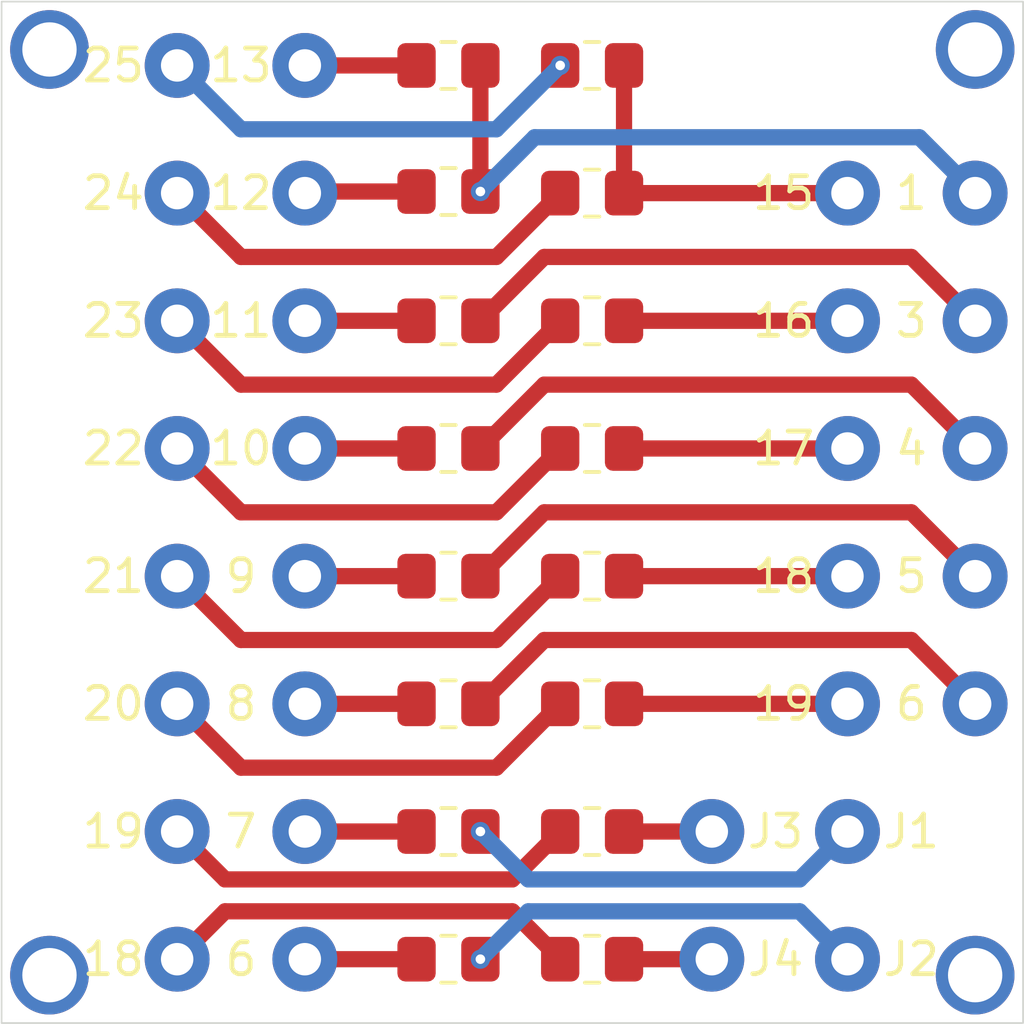
<source format=kicad_pcb>
(kicad_pcb (version 20241229) (generator "pcbnew") (generator_version "9.0")
  (layers (0 "F.Cu" signal) (2 "B.Cu" signal) (13 "F.Paste" user) (15 "B.Paste" user) (5 "F.SilkS" user "F.Silkscreen") (7 "B.SilkS" user "B.Silkscreen") (1 "F.Mask" user) (3 "B.Mask" user) (25 "Edge.Cuts" user))
  (net 0 "")
  (net 1 "Net-(J1-Pin_1)")
  (net 2 "Net-(J2-Pin_1)")
  (net 3 "Net-(J3-Pin_1)")
  (net 4 "Net-(J4-Pin_1)")
  (net 5 "Net-(L6-Pin_1)")
  (net 6 "Net-(L7-Pin_1)")
  (net 7 "Net-(L8-Pin_1)")
  (net 8 "Net-(L9-Pin_1)")
  (net 9 "Net-(L10-Pin_1)")
  (net 10 "Net-(L11-Pin_1)")
  (net 11 "Net-(L12-Pin_1)")
  (net 12 "Net-(L13-Pin_1)")
  (net 13 "Net-(L18-Pin_1)")
  (net 14 "Net-(L19-Pin_1)")
  (net 15 "Net-(L20-Pin_1)")
  (net 16 "Net-(L21-Pin_1)")
  (net 17 "Net-(L22-Pin_1)")
  (net 18 "Net-(L23-Pin_1)")
  (net 19 "Net-(L24-Pin_1)")
  (net 20 "Net-(L25-Pin_1)")
  (net 21 "Net-(R1-Pin_1)")
  (net 22 "Net-(R3-Pin_1)")
  (net 23 "Net-(R4-Pin_1)")
  (net 24 "Net-(R5-Pin_1)")
  (net 25 "Net-(R6-Pin_1)")
  (net 26 "Net-(R15-Pin_1)")
  (net 27 "Net-(R16-Pin_1)")
  (net 28 "Net-(R17-Pin_1)")
  (net 29 "Net-(R18-Pin_1)")
  (net 30 "Net-(R19-Pin_1)")
  (footprint "Resistor_SMD:R_0805_2012Metric_Pad1.20x1.40mm_HandSolder" (layer "F.Cu") (at 168.5 72 180)
    (property "Reference" "Res19" (hide yes))
    (property "Value" "~" (hide yes))
    (fp_line (start -0.227064 0.735) (end 0.227064 0.735) (stroke (width 0.12)) (layer "F.SilkS"))
    (fp_line (start -0.227064 -0.735) (end 0.227064 -0.735) (stroke (width 0.12)) (layer "F.SilkS"))
    (pad "1" smd roundrect (at -1 0 180) (size 1.2 1.4) (layers "F.Cu" "F.Mask" "F.Paste") (roundrect_rratio 0.208333) (net 30 "Net-(R19-Pin_1)"))
    (pad "2" smd roundrect (at 1 0 180) (size 1.2 1.4) (layers "F.Cu" "F.Mask" "F.Paste") (roundrect_rratio 0.208333) (net 15 "Net-(L20-Pin_1)"))
  )
  (footprint "0_gleblab-general:40mils-TH-wire" (layer "F.Cu") (at 172.25 80)
    (property "Reference" "J4" (at 2 0 0) (layer "F.SilkS"))
    (property "Value" "Conn_01x01" (hide yes))
    (pad "1" thru_hole circle (at 0 0) (size 2.032 2.032) (drill 1.016) (layers "*.Cu" "*.Mask") (net 4 "Net-(J4-Pin_1)"))
  )
  (footprint "Resistor_SMD:R_0805_2012Metric_Pad1.20x1.40mm_HandSolder" (layer "F.Cu") (at 168.5 60 180)
    (property "Reference" "Res16" (hide yes))
    (property "Value" "~" (hide yes))
    (fp_line (start -0.227064 0.735) (end 0.227064 0.735) (stroke (width 0.12)) (layer "F.SilkS"))
    (fp_line (start -0.227064 -0.735) (end 0.227064 -0.735) (stroke (width 0.12)) (layer "F.SilkS"))
    (pad "1" smd roundrect (at -1 0 180) (size 1.2 1.4) (layers "F.Cu" "F.Mask" "F.Paste") (roundrect_rratio 0.208333) (net 27 "Net-(R16-Pin_1)"))
    (pad "2" smd roundrect (at 1 0 180) (size 1.2 1.4) (layers "F.Cu" "F.Mask" "F.Paste") (roundrect_rratio 0.208333) (net 18 "Net-(L23-Pin_1)"))
  )
  (footprint "0_gleblab-general:40mils-TH-wire" (layer "F.Cu") (at 159.5 72 180)
    (property "Reference" "8" (at 2 0 0) (layer "F.SilkS"))
    (property "Value" "Conn_01x01" (hide yes))
    (pad "1" thru_hole circle (at 0 0 180) (size 2.032 2.032) (drill 1.016) (layers "*.Cu" "*.Mask") (net 7 "Net-(L8-Pin_1)"))
  )
  (footprint "0_gleblab-general:40mils-TH-wire" (layer "F.Cu") (at 176.5 72)
    (property "Reference" "19" (at -2 0 0) (layer "F.SilkS"))
    (property "Value" "Conn_01x01" (hide yes))
    (pad "1" thru_hole circle (at 0 0) (size 2.032 2.032) (drill 1.016) (layers "*.Cu" "*.Mask") (net 30 "Net-(R19-Pin_1)"))
  )
  (footprint "0_gleblab-general:40mils-TH-wire" (layer "F.Cu") (at 159.5 60 180)
    (property "Reference" "11" (at 2 0 0) (layer "F.SilkS"))
    (property "Value" "Conn_01x01" (hide yes))
    (pad "1" thru_hole circle (at 0 0 180) (size 2.032 2.032) (drill 1.016) (layers "*.Cu" "*.Mask") (net 10 "Net-(L11-Pin_1)"))
  )
  (footprint "0_gleblab-general:40mils-TH-wire" (layer "F.Cu") (at 155.5 76 180)
    (property "Reference" "19" (at 2 0 0) (layer "F.SilkS"))
    (property "Value" "Conn_01x01" (hide yes))
    (pad "1" thru_hole circle (at 0 0 180) (size 2.032 2.032) (drill 1.016) (layers "*.Cu" "*.Mask") (net 14 "Net-(L19-Pin_1)"))
  )
  (footprint "0_gleblab-general:0-80-GND-screw" (layer "F.Cu") (at 151.5 51.5)
    (property "Reference" "REF**" (hide yes))
    (property "Value" "0-80-GND-screw" (hide yes))
    (pad "1" thru_hole circle (at 0 0) (size 2.4638 2.4638) (drill 1.7018) (layers "*.Cu" "*.Mask"))
  )
  (footprint "0_gleblab-general:0-80-GND-screw" (layer "F.Cu") (at 151.5 80.5)
    (property "Reference" "REF**" (hide yes))
    (property "Value" "0-80-GND-screw" (hide yes))
    (pad "1" thru_hole circle (at 0 0) (size 2.4638 2.4638) (drill 1.7018) (layers "*.Cu" "*.Mask"))
  )
  (footprint "0_gleblab-general:40mils-TH-wire" (layer "F.Cu") (at 176.5 56)
    (property "Reference" "15" (at -2 0 0) (layer "F.SilkS"))
    (property "Value" "Conn_01x01" (hide yes))
    (pad "1" thru_hole circle (at 0 0) (size 2.032 2.032) (drill 1.016) (layers "*.Cu" "*.Mask") (net 26 "Net-(R15-Pin_1)"))
  )
  (footprint "Resistor_SMD:R_0805_2012Metric_Pad1.20x1.40mm_HandSolder" (layer "F.Cu") (at 164 64 180)
    (property "Reference" "Res4" (hide yes))
    (property "Value" "~" (hide yes))
    (fp_line (start -0.227064 0.735) (end 0.227064 0.735) (stroke (width 0.12)) (layer "F.SilkS"))
    (fp_line (start -0.227064 -0.735) (end 0.227064 -0.735) (stroke (width 0.12)) (layer "F.SilkS"))
    (pad "1" smd roundrect (at -1 0 180) (size 1.2 1.4) (layers "F.Cu" "F.Mask" "F.Paste") (roundrect_rratio 0.208333) (net 23 "Net-(R4-Pin_1)"))
    (pad "2" smd roundrect (at 1 0 180) (size 1.2 1.4) (layers "F.Cu" "F.Mask" "F.Paste") (roundrect_rratio 0.208333) (net 9 "Net-(L10-Pin_1)"))
  )
  (footprint "0_gleblab-general:40mils-TH-wire" (layer "F.Cu") (at 176.5 80)
    (property "Reference" "J2" (at 2 0 0) (layer "F.SilkS"))
    (property "Value" "Conn_01x01" (hide yes))
    (pad "1" thru_hole circle (at 0 0) (size 2.032 2.032) (drill 1.016) (layers "*.Cu" "*.Mask") (net 2 "Net-(J2-Pin_1)"))
  )
  (footprint "0_gleblab-general:40mils-TH-wire" (layer "F.Cu") (at 176.5 68)
    (property "Reference" "18" (at -2 0 0) (layer "F.SilkS"))
    (property "Value" "Conn_01x01" (hide yes))
    (pad "1" thru_hole circle (at 0 0) (size 2.032 2.032) (drill 1.016) (layers "*.Cu" "*.Mask") (net 29 "Net-(R18-Pin_1)"))
  )
  (footprint "0_gleblab-general:40mils-TH-wire" (layer "F.Cu") (at 159.5 68 180)
    (property "Reference" "9" (at 2 0 0) (layer "F.SilkS"))
    (property "Value" "Conn_01x01" (hide yes))
    (pad "1" thru_hole circle (at 0 0 180) (size 2.032 2.032) (drill 1.016) (layers "*.Cu" "*.Mask") (net 8 "Net-(L9-Pin_1)"))
  )
  (footprint "0_gleblab-general:0-80-GND-screw" (layer "F.Cu") (at 180.5 80.5)
    (property "Reference" "REF**" (hide yes))
    (property "Value" "0-80-GND-screw" (hide yes))
    (pad "1" thru_hole circle (at 0 0) (size 2.4638 2.4638) (drill 1.7018) (layers "*.Cu" "*.Mask"))
  )
  (footprint "Resistor_SMD:R_0805_2012Metric_Pad1.20x1.40mm_HandSolder" (layer "F.Cu") (at 168.5 64 180)
    (property "Reference" "Res17" (hide yes))
    (property "Value" "~" (hide yes))
    (fp_line (start -0.227064 0.735) (end 0.227064 0.735) (stroke (width 0.12)) (layer "F.SilkS"))
    (fp_line (start -0.227064 -0.735) (end 0.227064 -0.735) (stroke (width 0.12)) (layer "F.SilkS"))
    (pad "1" smd roundrect (at -1 0 180) (size 1.2 1.4) (layers "F.Cu" "F.Mask" "F.Paste") (roundrect_rratio 0.208333) (net 28 "Net-(R17-Pin_1)"))
    (pad "2" smd roundrect (at 1 0 180) (size 1.2 1.4) (layers "F.Cu" "F.Mask" "F.Paste") (roundrect_rratio 0.208333) (net 17 "Net-(L22-Pin_1)"))
  )
  (footprint "0_gleblab-general:40mils-TH-wire" (layer "F.Cu") (at 155.5 52 180)
    (property "Reference" "25" (at 2 0 0) (layer "F.SilkS"))
    (property "Value" "Conn_01x01" (hide yes))
    (pad "1" thru_hole circle (at 0 0 180) (size 2.032 2.032) (drill 1.016) (layers "*.Cu" "*.Mask") (net 20 "Net-(L25-Pin_1)"))
  )
  (footprint "0_gleblab-general:40mils-TH-wire" (layer "F.Cu") (at 180.5 56)
    (property "Reference" "1" (at -2 0 0) (layer "F.SilkS"))
    (property "Value" "Conn_01x01" (hide yes))
    (pad "1" thru_hole circle (at 0 0) (size 2.032 2.032) (drill 1.016) (layers "*.Cu" "*.Mask") (net 21 "Net-(R1-Pin_1)"))
  )
  (footprint "Resistor_SMD:R_0805_2012Metric_Pad1.20x1.40mm_HandSolder" (layer "F.Cu") (at 164 72 180)
    (property "Reference" "Res6" (hide yes))
    (property "Value" "~" (hide yes))
    (fp_line (start -0.227064 0.735) (end 0.227064 0.735) (stroke (width 0.12)) (layer "F.SilkS"))
    (fp_line (start -0.227064 -0.735) (end 0.227064 -0.735) (stroke (width 0.12)) (layer "F.SilkS"))
    (pad "1" smd roundrect (at -1 0 180) (size 1.2 1.4) (layers "F.Cu" "F.Mask" "F.Paste") (roundrect_rratio 0.208333) (net 25 "Net-(R6-Pin_1)"))
    (pad "2" smd roundrect (at 1 0 180) (size 1.2 1.4) (layers "F.Cu" "F.Mask" "F.Paste") (roundrect_rratio 0.208333) (net 7 "Net-(L8-Pin_1)"))
  )
  (footprint "0_gleblab-general:40mils-TH-wire" (layer "F.Cu") (at 155.5 56 180)
    (property "Reference" "24" (at 2 0 0) (layer "F.SilkS"))
    (property "Value" "Conn_01x01" (hide yes))
    (pad "1" thru_hole circle (at 0 0 180) (size 2.032 2.032) (drill 1.016) (layers "*.Cu" "*.Mask") (net 19 "Net-(L24-Pin_1)"))
  )
  (footprint "Resistor_SMD:R_0805_2012Metric_Pad1.20x1.40mm_HandSolder" (layer "F.Cu") (at 168.5 80 180)
    (property "Reference" "Res21" (hide yes))
    (property "Value" "~" (hide yes))
    (fp_line (start -0.227064 0.735) (end 0.227064 0.735) (stroke (width 0.12)) (layer "F.SilkS"))
    (fp_line (start -0.227064 -0.735) (end 0.227064 -0.735) (stroke (width 0.12)) (layer "F.SilkS"))
    (pad "1" smd roundrect (at -1 0 180) (size 1.2 1.4) (layers "F.Cu" "F.Mask" "F.Paste") (roundrect_rratio 0.208333) (net 4 "Net-(J4-Pin_1)"))
    (pad "2" smd roundrect (at 1 0 180) (size 1.2 1.4) (layers "F.Cu" "F.Mask" "F.Paste") (roundrect_rratio 0.208333) (net 13 "Net-(L18-Pin_1)"))
  )
  (footprint "0_gleblab-general:40mils-TH-wire" (layer "F.Cu") (at 159.5 52 180)
    (property "Reference" "13" (at 2 0 0) (layer "F.SilkS"))
    (property "Value" "Conn_01x01" (hide yes))
    (pad "1" thru_hole circle (at 0 0 180) (size 2.032 2.032) (drill 1.016) (layers "*.Cu" "*.Mask") (net 12 "Net-(L13-Pin_1)"))
  )
  (footprint "Resistor_SMD:R_0805_2012Metric_Pad1.20x1.40mm_HandSolder" (layer "F.Cu") (at 168.5 56 180)
    (property "Reference" "Res15" (hide yes))
    (property "Value" "~" (hide yes))
    (fp_line (start -0.227064 0.735) (end 0.227064 0.735) (stroke (width 0.12)) (layer "F.SilkS"))
    (fp_line (start -0.227064 -0.735) (end 0.227064 -0.735) (stroke (width 0.12)) (layer "F.SilkS"))
    (pad "1" smd roundrect (at -1 0 180) (size 1.2 1.4) (layers "F.Cu" "F.Mask" "F.Paste") (roundrect_rratio 0.208333) (net 26 "Net-(R15-Pin_1)"))
    (pad "2" smd roundrect (at 1 0 180) (size 1.2 1.4) (layers "F.Cu" "F.Mask" "F.Paste") (roundrect_rratio 0.208333) (net 19 "Net-(L24-Pin_1)"))
  )
  (footprint "0_gleblab-general:40mils-TH-wire" (layer "F.Cu") (at 159.5 64 180)
    (property "Reference" "10" (at 2 0 0) (layer "F.SilkS"))
    (property "Value" "Conn_01x01" (hide yes))
    (pad "1" thru_hole circle (at 0 0 180) (size 2.032 2.032) (drill 1.016) (layers "*.Cu" "*.Mask") (net 9 "Net-(L10-Pin_1)"))
  )
  (footprint "0_gleblab-general:40mils-TH-wire" (layer "F.Cu") (at 176.5 76)
    (property "Reference" "J1" (at 2 0 0) (layer "F.SilkS"))
    (property "Value" "Conn_01x01" (hide yes))
    (pad "1" thru_hole circle (at 0 0) (size 2.032 2.032) (drill 1.016) (layers "*.Cu" "*.Mask") (net 1 "Net-(J1-Pin_1)"))
  )
  (footprint "Resistor_SMD:R_0805_2012Metric_Pad1.20x1.40mm_HandSolder" (layer "F.Cu") (at 164 68 180)
    (property "Reference" "Res5" (hide yes))
    (property "Value" "~" (hide yes))
    (fp_line (start -0.227064 0.735) (end 0.227064 0.735) (stroke (width 0.12)) (layer "F.SilkS"))
    (fp_line (start -0.227064 -0.735) (end 0.227064 -0.735) (stroke (width 0.12)) (layer "F.SilkS"))
    (pad "1" smd roundrect (at -1 0 180) (size 1.2 1.4) (layers "F.Cu" "F.Mask" "F.Paste") (roundrect_rratio 0.208333) (net 24 "Net-(R5-Pin_1)"))
    (pad "2" smd roundrect (at 1 0 180) (size 1.2 1.4) (layers "F.Cu" "F.Mask" "F.Paste") (roundrect_rratio 0.208333) (net 8 "Net-(L9-Pin_1)"))
  )
  (footprint "0_gleblab-general:40mils-TH-wire" (layer "F.Cu") (at 155.5 64 180)
    (property "Reference" "22" (at 2 0 0) (layer "F.SilkS"))
    (property "Value" "Conn_01x01" (hide yes))
    (pad "1" thru_hole circle (at 0 0 180) (size 2.032 2.032) (drill 1.016) (layers "*.Cu" "*.Mask") (net 17 "Net-(L22-Pin_1)"))
  )
  (footprint "0_gleblab-general:40mils-TH-wire" (layer "F.Cu") (at 159.5 56 180)
    (property "Reference" "12" (at 2 0 0) (layer "F.SilkS"))
    (property "Value" "Conn_01x01" (hide yes))
    (pad "1" thru_hole circle (at 0 0 180) (size 2.032 2.032) (drill 1.016) (layers "*.Cu" "*.Mask") (net 11 "Net-(L12-Pin_1)"))
  )
  (footprint "0_gleblab-general:40mils-TH-wire" (layer "F.Cu") (at 180.5 60)
    (property "Reference" "3" (at -2 0 0) (layer "F.SilkS"))
    (property "Value" "Conn_01x01" (hide yes))
    (pad "1" thru_hole circle (at 0 0) (size 2.032 2.032) (drill 1.016) (layers "*.Cu" "*.Mask") (net 22 "Net-(R3-Pin_1)"))
  )
  (footprint "Resistor_SMD:R_0805_2012Metric_Pad1.20x1.40mm_HandSolder" (layer "F.Cu") (at 168.5 52 180)
    (property "Reference" "Res14" (hide yes))
    (property "Value" "~" (hide yes))
    (fp_line (start -0.227064 0.735) (end 0.227064 0.735) (stroke (width 0.12)) (layer "F.SilkS"))
    (fp_line (start -0.227064 -0.735) (end 0.227064 -0.735) (stroke (width 0.12)) (layer "F.SilkS"))
    (pad "1" smd roundrect (at -1 0 180) (size 1.2 1.4) (layers "F.Cu" "F.Mask" "F.Paste") (roundrect_rratio 0.208333) (net 26 "Net-(R15-Pin_1)"))
    (pad "2" smd roundrect (at 1 0 180) (size 1.2 1.4) (layers "F.Cu" "F.Mask" "F.Paste") (roundrect_rratio 0.208333) (net 20 "Net-(L25-Pin_1)"))
  )
  (footprint "0_gleblab-general:40mils-TH-wire" (layer "F.Cu") (at 176.5 64)
    (property "Reference" "17" (at -2 0 0) (layer "F.SilkS"))
    (property "Value" "Conn_01x01" (hide yes))
    (pad "1" thru_hole circle (at 0 0) (size 2.032 2.032) (drill 1.016) (layers "*.Cu" "*.Mask") (net 28 "Net-(R17-Pin_1)"))
  )
  (footprint "Resistor_SMD:R_0805_2012Metric_Pad1.20x1.40mm_HandSolder" (layer "F.Cu") (at 164 52 180)
    (property "Reference" "Res1" (hide yes))
    (property "Value" "~" (hide yes))
    (fp_line (start -0.227064 0.735) (end 0.227064 0.735) (stroke (width 0.12)) (layer "F.SilkS"))
    (fp_line (start -0.227064 -0.735) (end 0.227064 -0.735) (stroke (width 0.12)) (layer "F.SilkS"))
    (pad "1" smd roundrect (at -1 0 180) (size 1.2 1.4) (layers "F.Cu" "F.Mask" "F.Paste") (roundrect_rratio 0.208333) (net 21 "Net-(R1-Pin_1)"))
    (pad "2" smd roundrect (at 1 0 180) (size 1.2 1.4) (layers "F.Cu" "F.Mask" "F.Paste") (roundrect_rratio 0.208333) (net 12 "Net-(L13-Pin_1)"))
  )
  (footprint "0_gleblab-general:40mils-TH-wire" (layer "F.Cu") (at 155.5 72 180)
    (property "Reference" "20" (at 2 0 0) (layer "F.SilkS"))
    (property "Value" "Conn_01x01" (hide yes))
    (pad "1" thru_hole circle (at 0 0 180) (size 2.032 2.032) (drill 1.016) (layers "*.Cu" "*.Mask") (net 15 "Net-(L20-Pin_1)"))
  )
  (footprint "0_gleblab-general:40mils-TH-wire" (layer "F.Cu") (at 155.5 60 180)
    (property "Reference" "23" (at 2 0 0) (layer "F.SilkS"))
    (property "Value" "Conn_01x01" (hide yes))
    (pad "1" thru_hole circle (at 0 0 180) (size 2.032 2.032) (drill 1.016) (layers "*.Cu" "*.Mask") (net 18 "Net-(L23-Pin_1)"))
  )
  (footprint "Resistor_SMD:R_0805_2012Metric_Pad1.20x1.40mm_HandSolder" (layer "F.Cu") (at 168.5 76 180)
    (property "Reference" "Res20" (hide yes))
    (property "Value" "~" (hide yes))
    (fp_line (start -0.227064 0.735) (end 0.227064 0.735) (stroke (width 0.12)) (layer "F.SilkS"))
    (fp_line (start -0.227064 -0.735) (end 0.227064 -0.735) (stroke (width 0.12)) (layer "F.SilkS"))
    (pad "1" smd roundrect (at -1 0 180) (size 1.2 1.4) (layers "F.Cu" "F.Mask" "F.Paste") (roundrect_rratio 0.208333) (net 3 "Net-(J3-Pin_1)"))
    (pad "2" smd roundrect (at 1 0 180) (size 1.2 1.4) (layers "F.Cu" "F.Mask" "F.Paste") (roundrect_rratio 0.208333) (net 14 "Net-(L19-Pin_1)"))
  )
  (footprint "Resistor_SMD:R_0805_2012Metric_Pad1.20x1.40mm_HandSolder" (layer "F.Cu") (at 164 80 180)
    (property "Reference" "Res8" (hide yes))
    (property "Value" "~" (hide yes))
    (fp_line (start -0.227064 0.735) (end 0.227064 0.735) (stroke (width 0.12)) (layer "F.SilkS"))
    (fp_line (start -0.227064 -0.735) (end 0.227064 -0.735) (stroke (width 0.12)) (layer "F.SilkS"))
    (pad "1" smd roundrect (at -1 0 180) (size 1.2 1.4) (layers "F.Cu" "F.Mask" "F.Paste") (roundrect_rratio 0.208333) (net 2 "Net-(J2-Pin_1)"))
    (pad "2" smd roundrect (at 1 0 180) (size 1.2 1.4) (layers "F.Cu" "F.Mask" "F.Paste") (roundrect_rratio 0.208333) (net 5 "Net-(L6-Pin_1)"))
  )
  (footprint "0_gleblab-general:40mils-TH-wire" (layer "F.Cu") (at 159.5 76 180)
    (property "Reference" "7" (at 2 0 0) (layer "F.SilkS"))
    (property "Value" "Conn_01x01" (hide yes))
    (pad "1" thru_hole circle (at 0 0 180) (size 2.032 2.032) (drill 1.016) (layers "*.Cu" "*.Mask") (net 6 "Net-(L7-Pin_1)"))
  )
  (footprint "Resistor_SMD:R_0805_2012Metric_Pad1.20x1.40mm_HandSolder" (layer "F.Cu") (at 164 55.95 180)
    (property "Reference" "Res2" (hide yes))
    (property "Value" "~" (hide yes))
    (fp_line (start -0.227064 0.735) (end 0.227064 0.735) (stroke (width 0.12)) (layer "F.SilkS"))
    (fp_line (start -0.227064 -0.735) (end 0.227064 -0.735) (stroke (width 0.12)) (layer "F.SilkS"))
    (pad "1" smd roundrect (at -1 0 180) (size 1.2 1.4) (layers "F.Cu" "F.Mask" "F.Paste") (roundrect_rratio 0.208333) (net 21 "Net-(R1-Pin_1)"))
    (pad "2" smd roundrect (at 1 0 180) (size 1.2 1.4) (layers "F.Cu" "F.Mask" "F.Paste") (roundrect_rratio 0.208333) (net 11 "Net-(L12-Pin_1)"))
  )
  (footprint "0_gleblab-general:40mils-TH-wire" (layer "F.Cu") (at 180.5 72)
    (property "Reference" "6" (at -2 0 0) (layer "F.SilkS"))
    (property "Value" "Conn_01x01" (hide yes))
    (pad "1" thru_hole circle (at 0 0) (size 2.032 2.032) (drill 1.016) (layers "*.Cu" "*.Mask") (net 25 "Net-(R6-Pin_1)"))
  )
  (footprint "0_gleblab-general:40mils-TH-wire" (layer "F.Cu") (at 172.25 76)
    (property "Reference" "J3" (at 2 0 0) (layer "F.SilkS"))
    (property "Value" "Conn_01x01" (hide yes))
    (pad "1" thru_hole circle (at 0 0) (size 2.032 2.032) (drill 1.016) (layers "*.Cu" "*.Mask") (net 3 "Net-(J3-Pin_1)"))
  )
  (footprint "0_gleblab-general:40mils-TH-wire" (layer "F.Cu") (at 176.5 60)
    (property "Reference" "16" (at -2 0 0) (layer "F.SilkS"))
    (property "Value" "Conn_01x01" (hide yes))
    (pad "1" thru_hole circle (at 0 0) (size 2.032 2.032) (drill 1.016) (layers "*.Cu" "*.Mask") (net 27 "Net-(R16-Pin_1)"))
  )
  (footprint "Resistor_SMD:R_0805_2012Metric_Pad1.20x1.40mm_HandSolder" (layer "F.Cu") (at 168.5 68 180)
    (property "Reference" "Res18" (hide yes))
    (property "Value" "~" (hide yes))
    (fp_line (start -0.227064 0.735) (end 0.227064 0.735) (stroke (width 0.12)) (layer "F.SilkS"))
    (fp_line (start -0.227064 -0.735) (end 0.227064 -0.735) (stroke (width 0.12)) (layer "F.SilkS"))
    (pad "1" smd roundrect (at -1 0 180) (size 1.2 1.4) (layers "F.Cu" "F.Mask" "F.Paste") (roundrect_rratio 0.208333) (net 29 "Net-(R18-Pin_1)"))
    (pad "2" smd roundrect (at 1 0 180) (size 1.2 1.4) (layers "F.Cu" "F.Mask" "F.Paste") (roundrect_rratio 0.208333) (net 16 "Net-(L21-Pin_1)"))
  )
  (footprint "Resistor_SMD:R_0805_2012Metric_Pad1.20x1.40mm_HandSolder" (layer "F.Cu") (at 164 76 180)
    (property "Reference" "Res7" (hide yes))
    (property "Value" "~" (hide yes))
    (fp_line (start -0.227064 0.735) (end 0.227064 0.735) (stroke (width 0.12)) (layer "F.SilkS"))
    (fp_line (start -0.227064 -0.735) (end 0.227064 -0.735) (stroke (width 0.12)) (layer "F.SilkS"))
    (pad "1" smd roundrect (at -1 0 180) (size 1.2 1.4) (layers "F.Cu" "F.Mask" "F.Paste") (roundrect_rratio 0.208333) (net 1 "Net-(J1-Pin_1)"))
    (pad "2" smd roundrect (at 1 0 180) (size 1.2 1.4) (layers "F.Cu" "F.Mask" "F.Paste") (roundrect_rratio 0.208333) (net 6 "Net-(L7-Pin_1)"))
  )
  (footprint "0_gleblab-general:40mils-TH-wire" (layer "F.Cu") (at 180.5 64)
    (property "Reference" "4" (at -2 0 0) (layer "F.SilkS"))
    (property "Value" "Conn_01x01" (hide yes))
    (pad "1" thru_hole circle (at 0 0) (size 2.032 2.032) (drill 1.016) (layers "*.Cu" "*.Mask") (net 23 "Net-(R4-Pin_1)"))
  )
  (footprint "0_gleblab-general:40mils-TH-wire" (layer "F.Cu") (at 180.5 68)
    (property "Reference" "5" (at -2 0 0) (layer "F.SilkS"))
    (property "Value" "Conn_01x01" (hide yes))
    (pad "1" thru_hole circle (at 0 0) (size 2.032 2.032) (drill 1.016) (layers "*.Cu" "*.Mask") (net 24 "Net-(R5-Pin_1)"))
  )
  (footprint "0_gleblab-general:40mils-TH-wire" (layer "F.Cu") (at 155.5 68 180)
    (property "Reference" "21" (at 2 0 0) (layer "F.SilkS"))
    (property "Value" "Conn_01x01" (hide yes))
    (pad "1" thru_hole circle (at 0 0 180) (size 2.032 2.032) (drill 1.016) (layers "*.Cu" "*.Mask") (net 16 "Net-(L21-Pin_1)"))
  )
  (footprint "0_gleblab-general:40mils-TH-wire" (layer "F.Cu") (at 155.5 80 180)
    (property "Reference" "18" (at 2 0 0) (layer "F.SilkS"))
    (property "Value" "Conn_01x01" (hide yes))
    (pad "1" thru_hole circle (at 0 0 180) (size 2.032 2.032) (drill 1.016) (layers "*.Cu" "*.Mask") (net 13 "Net-(L18-Pin_1)"))
  )
  (footprint "0_gleblab-general:0-80-GND-screw" (layer "F.Cu") (at 180.5 51.5)
    (property "Reference" "REF**" (hide yes))
    (property "Value" "0-80-GND-screw" (hide yes))
    (pad "1" thru_hole circle (at 0 0) (size 2.4638 2.4638) (drill 1.7018) (layers "*.Cu" "*.Mask"))
  )
  (footprint "Resistor_SMD:R_0805_2012Metric_Pad1.20x1.40mm_HandSolder" (layer "F.Cu") (at 164 60 180)
    (property "Reference" "Res3" (hide yes))
    (property "Value" "~" (hide yes))
    (fp_line (start -0.227064 0.735) (end 0.227064 0.735) (stroke (width 0.12)) (layer "F.SilkS"))
    (fp_line (start -0.227064 -0.735) (end 0.227064 -0.735) (stroke (width 0.12)) (layer "F.SilkS"))
    (pad "1" smd roundrect (at -1 0 180) (size 1.2 1.4) (layers "F.Cu" "F.Mask" "F.Paste") (roundrect_rratio 0.208333) (net 22 "Net-(R3-Pin_1)"))
    (pad "2" smd roundrect (at 1 0 180) (size 1.2 1.4) (layers "F.Cu" "F.Mask" "F.Paste") (roundrect_rratio 0.208333) (net 10 "Net-(L11-Pin_1)"))
  )
  (footprint "0_gleblab-general:40mils-TH-wire" (layer "F.Cu") (at 159.5 80 180)
    (property "Reference" "6" (at 2 0 0) (layer "F.SilkS"))
    (property "Value" "Conn_01x01" (hide yes))
    (pad "1" thru_hole circle (at 0 0 180) (size 2.032 2.032) (drill 1.016) (layers "*.Cu" "*.Mask") (net 5 "Net-(L6-Pin_1)"))
  )
  (gr_rect (start 150 50) (end 182 82) (stroke (width 0.05)) (fill no) (layer "Edge.Cuts"))
  (via (at 165 76) (size 0.6) (drill 0.3) (layers "F.Cu" "B.Cu") (net 1))
  (segment (start 175 77.5) (end 176.5 76) (width 0.508) (layer "B.Cu") (net 1))
  (segment (start 165 76) (end 166.5 77.5) (width 0.508) (layer "B.Cu") (net 1))
  (segment (start 166.5 77.5) (end 175 77.5) (width 0.508) (layer "B.Cu") (net 1))
  (via (at 165 80) (size 0.6) (drill 0.3) (layers "F.Cu" "B.Cu") (net 2))
  (segment (start 166.5 78.5) (end 175 78.5) (width 0.508) (layer "B.Cu") (net 2))
  (segment (start 175 78.5) (end 176.5 80) (width 0.508) (layer "B.Cu") (net 2))
  (segment (start 165 80) (end 166.5 78.5) (width 0.508) (layer "B.Cu") (net 2))
  (segment (start 169.5 76) (end 172.25 76) (width 0.508) (layer "F.Cu") (net 3))
  (segment (start 172.25 80) (end 169.5 80) (width 0.508) (layer "F.Cu") (net 4))
  (segment (start 163 80) (end 159.5 80) (width 0.508) (layer "F.Cu") (net 5))
  (segment (start 159.5 76) (end 163 76) (width 0.508) (layer "F.Cu") (net 6))
  (segment (start 163 72) (end 159.5 72) (width 0.508) (layer "F.Cu") (net 7))
  (segment (start 159.5 68) (end 163 68) (width 0.508) (layer "F.Cu") (net 8))
  (segment (start 163 64) (end 159.5 64) (width 0.508) (layer "F.Cu") (net 9))
  (segment (start 159.5 60) (end 163 60) (width 0.508) (layer "F.Cu") (net 10))
  (segment (start 159.55 55.95) (end 159.5 56) (width 0.508) (layer "F.Cu") (net 11))
  (segment (start 163 55.95) (end 159.55 55.95) (width 0.508) (layer "F.Cu") (net 11))
  (segment (start 159.5 52) (end 163 52) (width 0.508) (layer "F.Cu") (net 12))
  (segment (start 155.5 80) (end 157 78.5) (width 0.508) (layer "F.Cu") (net 13))
  (segment (start 157 78.5) (end 166 78.5) (width 0.508) (layer "F.Cu") (net 13))
  (segment (start 166 78.5) (end 167.5 80) (width 0.508) (layer "F.Cu") (net 13))
  (segment (start 155.5 76) (end 157 77.5) (width 0.508) (layer "F.Cu") (net 14))
  (segment (start 166 77.5) (end 167.5 76) (width 0.508) (layer "F.Cu") (net 14))
  (segment (start 157 77.5) (end 166 77.5) (width 0.508) (layer "F.Cu") (net 14))
  (segment (start 157.5 74) (end 165.5 74) (width 0.508) (layer "F.Cu") (net 15))
  (segment (start 165.5 74) (end 167.5 72) (width 0.508) (layer "F.Cu") (net 15))
  (segment (start 155.5 72) (end 157.5 74) (width 0.508) (layer "F.Cu") (net 15))
  (segment (start 157.5 70) (end 165.5 70) (width 0.508) (layer "F.Cu") (net 16))
  (segment (start 165.5 70) (end 167.5 68) (width 0.508) (layer "F.Cu") (net 16))
  (segment (start 155.5 68) (end 157.5 70) (width 0.508) (layer "F.Cu") (net 16))
  (segment (start 155.5 64) (end 157.5 66) (width 0.508) (layer "F.Cu") (net 17))
  (segment (start 157.5 66) (end 165.5 66) (width 0.508) (layer "F.Cu") (net 17))
  (segment (start 165.5 66) (end 167.5 64) (width 0.508) (layer "F.Cu") (net 17))
  (segment (start 155.5 60) (end 157.5 62) (width 0.508) (layer "F.Cu") (net 18))
  (segment (start 157.5 62) (end 165.5 62) (width 0.508) (layer "F.Cu") (net 18))
  (segment (start 165.5 62) (end 167.5 60) (width 0.508) (layer "F.Cu") (net 18))
  (segment (start 155.5 56) (end 157.5 58) (width 0.508) (layer "F.Cu") (net 19))
  (segment (start 165.5 58) (end 167.5 56) (width 0.508) (layer "F.Cu") (net 19))
  (segment (start 157.5 58) (end 165.5 58) (width 0.508) (layer "F.Cu") (net 19))
  (via (at 167.5 52) (size 0.6) (drill 0.3) (layers "F.Cu" "B.Cu") (net 20))
  (segment (start 165.5 54) (end 167.5 52) (width 0.508) (layer "B.Cu") (net 20))
  (segment (start 155.5 52) (end 157.5 54) (width 0.508) (layer "B.Cu") (net 20))
  (segment (start 157.5 54) (end 165.5 54) (width 0.508) (layer "B.Cu") (net 20))
  (segment (start 165 52) (end 165 55.95) (width 0.508) (layer "F.Cu") (net 21))
  (via (at 165 55.95) (size 0.6) (drill 0.3) (layers "F.Cu" "B.Cu") (net 21))
  (segment (start 165 55.95) (end 166.7 54.25) (width 0.508) (layer "B.Cu") (net 21))
  (segment (start 178.75 54.25) (end 180.5 56) (width 0.508) (layer "B.Cu") (net 21))
  (segment (start 166.7 54.25) (end 178.75 54.25) (width 0.508) (layer "B.Cu") (net 21))
  (segment (start 165 60) (end 167 58) (width 0.508) (layer "F.Cu") (net 22))
  (segment (start 178.5 58) (end 180.5 60) (width 0.508) (layer "F.Cu") (net 22))
  (segment (start 167 58) (end 178.5 58) (width 0.508) (layer "F.Cu") (net 22))
  (segment (start 165 64) (end 167 62) (width 0.508) (layer "F.Cu") (net 23))
  (segment (start 167 62) (end 178.5 62) (width 0.508) (layer "F.Cu") (net 23))
  (segment (start 178.5 62) (end 180.5 64) (width 0.508) (layer "F.Cu") (net 23))
  (segment (start 165 68) (end 167 66) (width 0.508) (layer "F.Cu") (net 24))
  (segment (start 178.5 66) (end 180.5 68) (width 0.508) (layer "F.Cu") (net 24))
  (segment (start 167 66) (end 178.5 66) (width 0.508) (layer "F.Cu") (net 24))
  (segment (start 165 72) (end 167 70) (width 0.508) (layer "F.Cu") (net 25))
  (segment (start 178.5 70) (end 180.5 72) (width 0.508) (layer "F.Cu") (net 25))
  (segment (start 167 70) (end 178.5 70) (width 0.508) (layer "F.Cu") (net 25))
  (segment (start 169.5 56) (end 169.5 52) (width 0.508) (layer "F.Cu") (net 26))
  (segment (start 169.5 56) (end 176.5 56) (width 0.508) (layer "F.Cu") (net 26))
  (segment (start 176.5 60) (end 169.5 60) (width 0.508) (layer "F.Cu") (net 27))
  (segment (start 169.5 64) (end 176.5 64) (width 0.508) (layer "F.Cu") (net 28))
  (segment (start 176.5 68) (end 169.5 68) (width 0.508) (layer "F.Cu") (net 29))
  (segment (start 169.5 72) (end 176.5 72) (width 0.508) (layer "F.Cu") (net 30))
)
</source>
